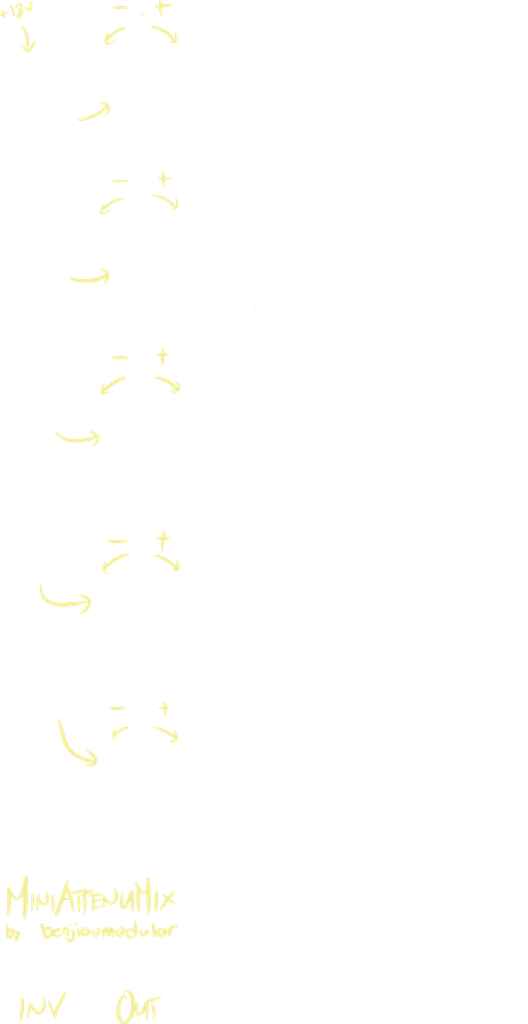
<source format=kicad_pcb>
(kicad_pcb (version 20211014) (generator pcbnew)
  (layers (0 "F.Cu" signal) (31 "B.Cu" signal) (34 "B.Paste" user) (35 "F.Paste" user) (36 "B.SilkS" user "B.Silkscreen") (37 "F.SilkS" user "F.Silkscreen") (38 "B.Mask" user) (39 "F.Mask" user) (44 "Edge.Cuts" user))
  (net 0 "")
  (footprint "LOGO" (layer "F.Cu") (at 0 0)
    (fp_text reference "G***" hide)
    (fp_text value "LOGO" hide)
  )
  (footprint "LOGO" (layer "F.Cu") (at 0 0)
    (fp_text reference "G***" hide)
    (fp_text value "LOGO" hide)
  )
  (footprint "LOGO" (layer "F.Cu") (at 0 0)
    (fp_text reference "G***" hide)
    (fp_text value "LOGO" hide)
  )
)
</source>
